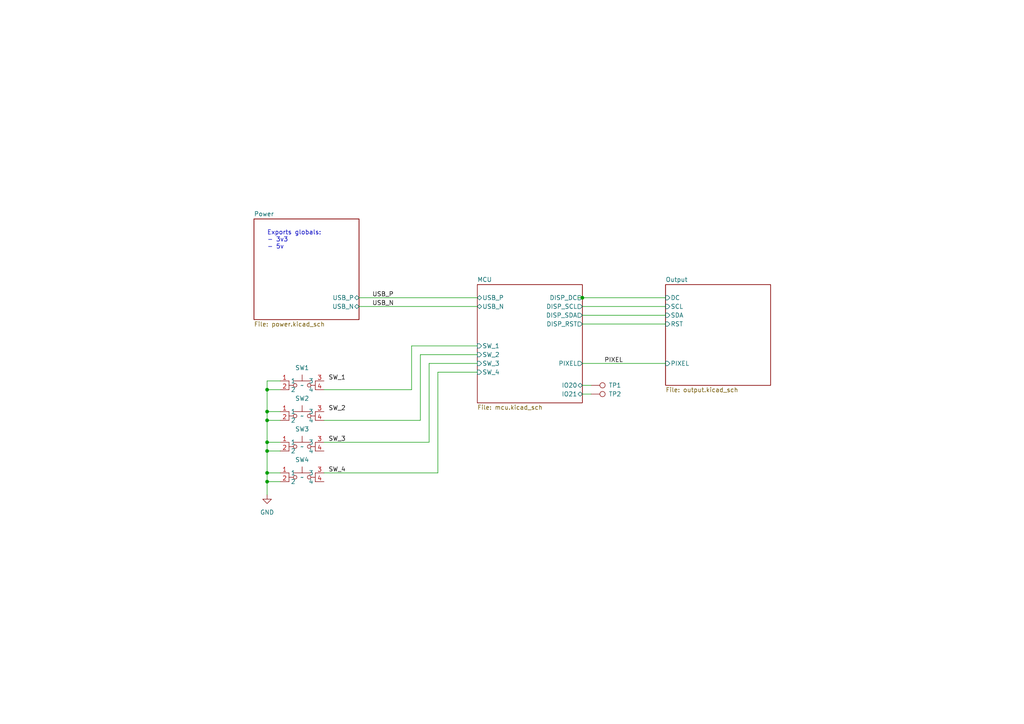
<source format=kicad_sch>
(kicad_sch (version 20231120) (generator "eeschema") (generator_version "8.0")
  (paper "A4")
  (title_block (title "Firefly Pixie") (date "2023-10-24") (rev "rev.4.3"))
  (lib_symbols
    (symbol "Connector:TestPoint" (pin_numbers hide) (pin_names (offset 0.762) hide)
      (property "Reference" "TP" (at 0 6.858 0))
      (property "Value" "TestPoint" (at 0 5.08 0))
      (symbol "TestPoint_0_1"
        (circle (center 0 3.302) (radius 0.762))
      )
      (symbol "TestPoint_1_1"
        (pin passive line (at 0 0 90) (length 2.54) (name "1") (number "1"))
      )
    )
    (symbol "Firefly:SW_12_34"
      (property "Reference" "SW" (at 0 -2.54 0))
      (symbol "SW_12_34_0_1"
        (circle (center -2.032 0) (radius 0.508))
        (polyline (pts (xy -3.81 0) (xy -2.54 0)))
        (polyline (pts (xy -3.81 1.27) (xy -3.81 -1.27)))
        (polyline (pts (xy 0 1.27) (xy 0 3.048)))
        (polyline (pts (xy 2.54 1.27) (xy -2.54 1.27)))
        (polyline (pts (xy 3.81 0) (xy 2.54 0)))
        (polyline (pts (xy 3.81 1.27) (xy 3.81 -1.27)))
        (circle (center 2.032 0) (radius 0.508))
        (pin passive line (at -6.35 1.27 0) (length 2.54) (name "1") (number "1"))
        (pin passive line (at 6.35 -1.27 180) (length 2.54) (name "4") (number "4"))
      )
      (symbol "SW_12_34_1_1"
        (pin passive line (at -6.35 -1.27 0) (length 2.54) (name "2") (number "2"))
        (pin passive line (at 6.35 1.27 180) (length 2.54) (name "3") (number "3"))
      )
    )
    (symbol "power:GND" (power) (pin_names (offset 0))
      (property "Value" "GND" (at 0 -3.81 0))
      (symbol "GND_0_1"
        (polyline (pts (xy 0 0) (xy 0 -1.27) (xy 1.27 -1.27) (xy 0 -2.54) (xy -1.27 -1.27) (xy 0 -1.27)))
      )
      (symbol "GND_1_1"
        (pin power_in line (at 0 0 270) (length 0) hide (name "GND") (number "1"))
      )
    )
  )
  (junction (at 77.47 119.38))
  (junction (at 168.91 86.36))
  (junction (at 77.47 137.16))
  (junction (at 77.47 121.92))
  (junction (at 77.47 113.03))
  (junction (at 77.47 128.27))
  (junction (at 77.47 130.81))
  (junction (at 77.47 139.7))
  (wire (pts (xy 77.47 128.27) (xy 77.47 130.81)))
  (wire (pts (xy 124.46 105.41) (xy 138.43 105.41)))
  (wire (pts (xy 77.47 119.38) (xy 81.28 119.38)))
  (wire (pts (xy 77.47 137.16) (xy 81.28 137.16)))
  (wire (pts (xy 77.47 139.7) (xy 81.28 139.7)))
  (wire (pts (xy 168.91 91.44) (xy 193.04 91.44)))
  (wire (pts (xy 168.91 93.98) (xy 193.04 93.98)))
  (wire (pts (xy 77.47 137.16) (xy 77.47 139.7)))
  (wire (pts (xy 124.46 128.27) (xy 124.46 105.41)))
  (wire (pts (xy 77.47 121.92) (xy 81.28 121.92)))
  (wire (pts (xy 168.91 114.3) (xy 171.45 114.3)))
  (wire (pts (xy 127 137.16) (xy 127 107.95)))
  (wire (pts (xy 93.98 113.03) (xy 119.38 113.03)))
  (wire (pts (xy 93.98 128.27) (xy 124.46 128.27)))
  (wire (pts (xy 93.98 137.16) (xy 127 137.16)))
  (wire (pts (xy 77.47 128.27) (xy 81.28 128.27)))
  (wire (pts (xy 168.91 105.41) (xy 193.04 105.41)))
  (wire (pts (xy 167.64 86.36) (xy 168.91 86.36)))
  (wire (pts (xy 77.47 119.38) (xy 77.47 121.92)))
  (wire (pts (xy 168.91 86.36) (xy 193.04 86.36)))
  (wire (pts (xy 93.98 121.92) (xy 121.92 121.92)))
  (wire (pts (xy 77.47 113.03) (xy 81.28 113.03)))
  (wire (pts (xy 77.47 110.49) (xy 77.47 113.03)))
  (wire (pts (xy 119.38 100.33) (xy 119.38 113.03)))
  (wire (pts (xy 168.91 111.76) (xy 171.45 111.76)))
  (wire (pts (xy 121.92 102.87) (xy 138.43 102.87)))
  (wire (pts (xy 77.47 130.81) (xy 81.28 130.81)))
  (wire (pts (xy 121.92 102.87) (xy 121.92 121.92)))
  (wire (pts (xy 127 107.95) (xy 138.43 107.95)))
  (wire (pts (xy 77.47 139.7) (xy 77.47 143.51)))
  (wire (pts (xy 77.47 110.49) (xy 81.28 110.49)))
  (wire (pts (xy 77.47 113.03) (xy 77.47 119.38)))
  (wire (pts (xy 104.14 88.9) (xy 138.43 88.9)))
  (wire (pts (xy 77.47 130.81) (xy 77.47 137.16)))
  (wire (pts (xy 77.47 121.92) (xy 77.47 128.27)))
  (wire (pts (xy 119.38 100.33) (xy 138.43 100.33)))
  (wire (pts (xy 168.91 88.9) (xy 193.04 88.9)))
  (wire (pts (xy 104.14 86.36) (xy 138.43 86.36)))
  (text "Exports globals:\n- 3v3\n- 5v" (at 77.47 72.39 0) (effects (font (size 1.27 1.27)) (justify left bottom)))
  (label "SW_4" (at 95.25 137.16 0))
  (label "SW_1" (at 95.25 110.49 0))
  (label "PIXEL" (at 175.26 105.41 0))
  (label "USB_P" (at 107.95 86.36 0))
  (label "SW_2" (at 95.25 119.38 0))
  (label "USB_N" (at 107.95 88.9 0))
  (label "SW_3" (at 95.25 128.27 0))
  (symbol (lib_id "Firefly:SW_12_34") (at 87.63 129.54 0) (unit 1)
    (property "Reference" "SW3" (at 87.63 124.46 0))
    (property "Value" "~" (at 87.63 129.54 0))
    (property "Footprint" "firefly:button-oval" (effects (hide yes)))
    (property "MPN" "C720479" (effects (hide yes)))
  )
  (symbol (lib_id "Connector:TestPoint") (at 171.45 114.3 270) (unit 1) (in_bom no)
    (property "Reference" "TP2" (at 176.53 114.3 90) (effects (justify left)))
    (property "Value" "TestPoint" (effects (hide yes)))
    (property "Footprint" "TestPoint:TestPoint_Pad_D1.0mm" (effects (hide yes)))
  )
  (symbol (lib_id "Firefly:SW_12_34") (at 87.63 138.43 0) (unit 1)
    (property "Reference" "SW4" (at 87.63 133.35 0))
    (property "Value" "~" (at 87.63 138.43 0))
    (property "Footprint" "firefly:button-oval" (effects (hide yes)))
    (property "MPN" "C720479" (effects (hide yes)))
  )
  (symbol (lib_id "Firefly:SW_12_34") (at 87.63 111.76 0) (unit 1)
    (property "Reference" "SW1" (at 87.63 106.68 0))
    (property "Value" "~" (at 87.63 111.76 0))
    (property "Footprint" "firefly:button-oval" (effects (hide yes)))
    (property "MPN" "C720479" (effects (hide yes)))
  )
  (symbol (lib_id "Firefly:SW_12_34") (at 87.63 120.65 0) (unit 1)
    (property "Reference" "SW2" (at 87.63 115.57 0))
    (property "Value" "~" (at 87.63 120.65 0))
    (property "Footprint" "firefly:button-oval" (effects (hide yes)))
    (property "MPN" "C720479" (effects (hide yes)))
  )
  (symbol (lib_id "power:GND") (at 77.47 143.51 0) (unit 1)
    (property "Reference" "#PWR01" (effects (hide yes)))
    (property "Value" "GND" (at 77.47 148.59 0))
  )
  (symbol (lib_id "Connector:TestPoint") (at 171.45 111.76 270) (unit 1) (in_bom no)
    (property "Reference" "TP1" (at 176.53 111.76 90) (effects (justify left)))
    (property "Value" "TestPoint" (effects (hide yes)))
    (property "Footprint" "TestPoint:TestPoint_Pad_D1.0mm" (effects (hide yes)))
  )
  (sheet (at 138.43 82.55) (size 30.48 34.29) (stroke (width 0.1524))
    (property "Sheetname" "MCU" (at 138.43 81.8384 0) (effects (justify left bottom)))
    (property "Sheetfile" "mcu.kicad_sch" (at 138.43 117.4246 0) (effects (justify left top)))
    (pin "DISP_DC" output (at 168.91 86.36 0))
    (pin "DISP_RST" output (at 168.91 93.98 0))
    (pin "DISP_SCL" output (at 168.91 88.9 0))
    (pin "DISP_SDA" output (at 168.91 91.44 0))
    (pin "SW_1" input (at 138.43 100.33 180))
    (pin "SW_2" input (at 138.43 102.87 180))
    (pin "SW_3" input (at 138.43 105.41 180))
    (pin "SW_4" input (at 138.43 107.95 180))
    (pin "USB_N" bidirectional (at 138.43 88.9 180))
    (pin "USB_P" bidirectional (at 138.43 86.36 180))
    (pin "PIXEL" output (at 168.91 105.41 0))
    (pin "IO21" bidirectional (at 168.91 114.3 0))
    (pin "IO20" bidirectional (at 168.91 111.76 0))
  )
  (sheet (at 193.04 82.55) (size 30.48 29.21) (stroke (width 0.1524))
    (property "Sheetname" "Output" (at 193.04 81.8384 0) (effects (justify left bottom)))
    (property "Sheetfile" "output.kicad_sch" (at 193.04 112.3446 0) (effects (justify left top)))
    (pin "PIXEL" input (at 193.04 105.41 180))
    (pin "SCL" input (at 193.04 88.9 180))
    (pin "RST" input (at 193.04 93.98 180))
    (pin "DC" input (at 193.04 86.36 180))
    (pin "SDA" input (at 193.04 91.44 180))
  )
  (sheet (at 73.66 63.5) (size 30.48 29.21) (stroke (width 0.1524))
    (property "Sheetname" "Power" (at 73.66 62.7884 0) (effects (justify left bottom)))
    (property "Sheetfile" "power.kicad_sch" (at 73.66 93.2946 0) (effects (justify left top)))
    (pin "USB_P" bidirectional (at 104.14 86.36 0))
    (pin "USB_N" bidirectional (at 104.14 88.9 0))
  )
)
</source>
